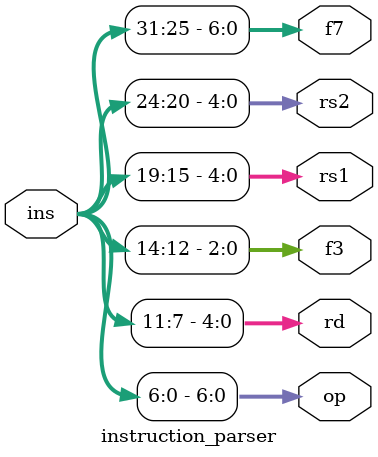
<source format=v>
`timescale 1ns / 1ps

module instruction_parser(
    input [31:0] ins,
    output [6:0] op,
    output [4:0] rd,
    output [2:0] f3,
    output [4:0] rs1,
    output [4:0] rs2,
    output [6:0] f7
);
    // assigning values from instruction to fields
    assign op  = ins[6:0];
    assign rd  = ins[11:7];
    assign f3  = ins[14:12];
    assign rs1 = ins[19:15];
    assign rs2 = ins[24:20];
    assign f7  = ins[31:25];
endmodule


</source>
